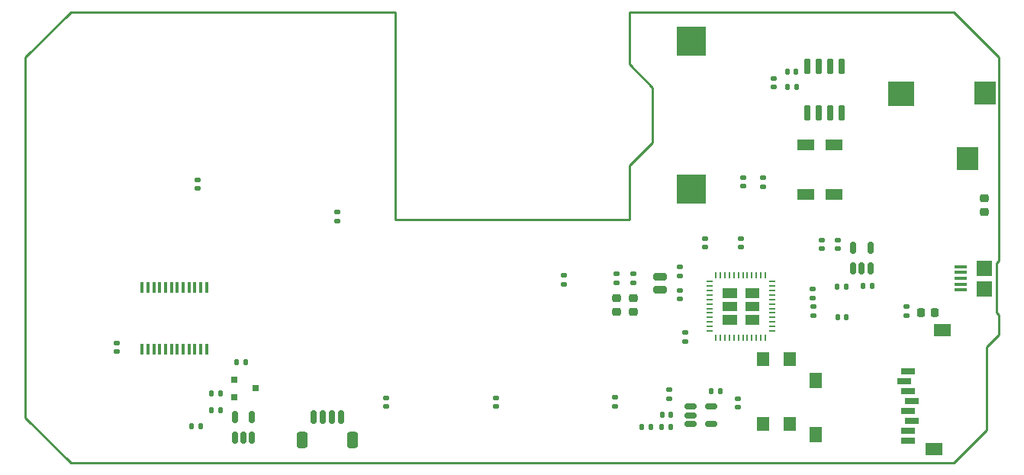
<source format=gbr>
%TF.GenerationSoftware,KiCad,Pcbnew,9.0.2*%
%TF.CreationDate,2025-07-03T15:48:42+01:00*%
%TF.ProjectId,FED3,46454433-2e6b-4696-9361-645f70636258,rev?*%
%TF.SameCoordinates,Original*%
%TF.FileFunction,Paste,Top*%
%TF.FilePolarity,Positive*%
%FSLAX46Y46*%
G04 Gerber Fmt 4.6, Leading zero omitted, Abs format (unit mm)*
G04 Created by KiCad (PCBNEW 9.0.2) date 2025-07-03 15:48:42*
%MOMM*%
%LPD*%
G01*
G04 APERTURE LIST*
G04 Aperture macros list*
%AMRoundRect*
0 Rectangle with rounded corners*
0 $1 Rounding radius*
0 $2 $3 $4 $5 $6 $7 $8 $9 X,Y pos of 4 corners*
0 Add a 4 corners polygon primitive as box body*
4,1,4,$2,$3,$4,$5,$6,$7,$8,$9,$2,$3,0*
0 Add four circle primitives for the rounded corners*
1,1,$1+$1,$2,$3*
1,1,$1+$1,$4,$5*
1,1,$1+$1,$6,$7*
1,1,$1+$1,$8,$9*
0 Add four rect primitives between the rounded corners*
20,1,$1+$1,$2,$3,$4,$5,0*
20,1,$1+$1,$4,$5,$6,$7,0*
20,1,$1+$1,$6,$7,$8,$9,0*
20,1,$1+$1,$8,$9,$2,$3,0*%
G04 Aperture macros list end*
%ADD10C,0.100000*%
%ADD11R,1.500000X0.700000*%
%ADD12R,1.400000X1.800000*%
%ADD13R,1.900000X1.400000*%
%ADD14R,0.400000X1.200000*%
%ADD15R,1.400000X1.600000*%
%ADD16RoundRect,0.135000X-0.135000X-0.185000X0.135000X-0.185000X0.135000X0.185000X-0.135000X0.185000X0*%
%ADD17RoundRect,0.140000X-0.170000X0.140000X-0.170000X-0.140000X0.170000X-0.140000X0.170000X0.140000X0*%
%ADD18RoundRect,0.140000X0.170000X-0.140000X0.170000X0.140000X-0.170000X0.140000X-0.170000X-0.140000X0*%
%ADD19RoundRect,0.135000X-0.185000X0.135000X-0.185000X-0.135000X0.185000X-0.135000X0.185000X0.135000X0*%
%ADD20RoundRect,0.200000X-0.550000X0.200000X-0.550000X-0.200000X0.550000X-0.200000X0.550000X0.200000X0*%
%ADD21RoundRect,0.135000X0.135000X0.185000X-0.135000X0.185000X-0.135000X-0.185000X0.135000X-0.185000X0*%
%ADD22RoundRect,0.140000X0.140000X0.170000X-0.140000X0.170000X-0.140000X-0.170000X0.140000X-0.170000X0*%
%ADD23R,3.200000X3.200000*%
%ADD24RoundRect,0.218750X0.218750X0.256250X-0.218750X0.256250X-0.218750X-0.256250X0.218750X-0.256250X0*%
%ADD25RoundRect,0.218750X-0.256250X0.218750X-0.256250X-0.218750X0.256250X-0.218750X0.256250X0.218750X0*%
%ADD26R,0.800000X0.700000*%
%ADD27RoundRect,0.135000X0.185000X-0.135000X0.185000X0.135000X-0.185000X0.135000X-0.185000X-0.135000X0*%
%ADD28RoundRect,0.150000X-0.512500X-0.150000X0.512500X-0.150000X0.512500X0.150000X-0.512500X0.150000X0*%
%ADD29R,1.900000X1.300000*%
%ADD30RoundRect,0.150000X0.150000X-0.512500X0.150000X0.512500X-0.150000X0.512500X-0.150000X-0.512500X0*%
%ADD31RoundRect,0.150000X0.150000X-0.725000X0.150000X0.725000X-0.150000X0.725000X-0.150000X-0.725000X0*%
%ADD32RoundRect,0.150000X0.150000X0.625000X-0.150000X0.625000X-0.150000X-0.625000X0.150000X-0.625000X0*%
%ADD33RoundRect,0.250000X0.350000X0.650000X-0.350000X0.650000X-0.350000X-0.650000X0.350000X-0.650000X0*%
%ADD34R,0.750000X0.250000*%
%ADD35R,0.250000X0.750000*%
%ADD36RoundRect,0.140000X-0.140000X-0.170000X0.140000X-0.170000X0.140000X0.170000X-0.140000X0.170000X0*%
%ADD37R,2.400000X2.550000*%
%ADD38R,2.900000X2.750000*%
%ADD39R,1.800000X1.800000*%
%ADD40R,1.350000X0.400000*%
%TA.AperFunction,Profile*%
%ADD41C,0.250000*%
%TD*%
G04 APERTURE END LIST*
D10*
%TO.C,U1*%
X173350000Y-111637500D02*
X171850000Y-111637500D01*
X171850000Y-110637500D01*
X173350000Y-110637500D01*
X173350000Y-111637500D01*
G36*
X173350000Y-111637500D02*
G01*
X171850000Y-111637500D01*
X171850000Y-110637500D01*
X173350000Y-110637500D01*
X173350000Y-111637500D01*
G37*
X173350000Y-113137500D02*
X171850000Y-113137500D01*
X171850000Y-112137500D01*
X173350000Y-112137500D01*
X173350000Y-113137500D01*
G36*
X173350000Y-113137500D02*
G01*
X171850000Y-113137500D01*
X171850000Y-112137500D01*
X173350000Y-112137500D01*
X173350000Y-113137500D01*
G37*
X173350000Y-114637500D02*
X171850000Y-114637500D01*
X171850000Y-113637500D01*
X173350000Y-113637500D01*
X173350000Y-114637500D01*
G36*
X173350000Y-114637500D02*
G01*
X171850000Y-114637500D01*
X171850000Y-113637500D01*
X173350000Y-113637500D01*
X173350000Y-114637500D01*
G37*
X175850000Y-111637500D02*
X174350000Y-111637500D01*
X174350000Y-110637500D01*
X175850000Y-110637500D01*
X175850000Y-111637500D01*
G36*
X175850000Y-111637500D02*
G01*
X174350000Y-111637500D01*
X174350000Y-110637500D01*
X175850000Y-110637500D01*
X175850000Y-111637500D01*
G37*
X175850000Y-113137500D02*
X174350000Y-113137500D01*
X174350000Y-112137500D01*
X175850000Y-112137500D01*
X175850000Y-113137500D01*
G36*
X175850000Y-113137500D02*
G01*
X174350000Y-113137500D01*
X174350000Y-112137500D01*
X175850000Y-112137500D01*
X175850000Y-113137500D01*
G37*
X175850000Y-114637500D02*
X174350000Y-114637500D01*
X174350000Y-113637500D01*
X175850000Y-113637500D01*
X175850000Y-114637500D01*
G36*
X175850000Y-114637500D02*
G01*
X174350000Y-114637500D01*
X174350000Y-113637500D01*
X175850000Y-113637500D01*
X175850000Y-114637500D01*
G37*
%TD*%
D11*
%TO.C,X4*%
X192410000Y-119900000D03*
X192010000Y-121000000D03*
X192410000Y-122100000D03*
X192810000Y-123200000D03*
X192410000Y-124300000D03*
X192810000Y-125400000D03*
X192410000Y-126500000D03*
X192410000Y-127600000D03*
D12*
X182210000Y-126900000D03*
X182210000Y-120900000D03*
D13*
X195310000Y-128500000D03*
X196210000Y-115300000D03*
%TD*%
D14*
%TO.C,IC2*%
X114586100Y-110581600D03*
X113936100Y-110581600D03*
X113286100Y-110581600D03*
X112636100Y-110581600D03*
X111986100Y-110581600D03*
X111336100Y-110581600D03*
X110686100Y-110581600D03*
X110036100Y-110581600D03*
X109386100Y-110581600D03*
X108736100Y-110581600D03*
X108086100Y-110581600D03*
X107436100Y-110581600D03*
X107436100Y-117421600D03*
X108086100Y-117421600D03*
X108736100Y-117421600D03*
X109386100Y-117421600D03*
X110036100Y-117421600D03*
X110686100Y-117421600D03*
X111336100Y-117421600D03*
X111986100Y-117421600D03*
X112636100Y-117421600D03*
X113286100Y-117421600D03*
X113936100Y-117421600D03*
X114586100Y-117421600D03*
%TD*%
D15*
%TO.C,SW2*%
X179300000Y-118525000D03*
X179300000Y-125725000D03*
X176300000Y-118525000D03*
X176300000Y-125725000D03*
%TD*%
D16*
%TO.C,R16*%
X165065168Y-126050000D03*
X166085168Y-126050000D03*
%TD*%
D17*
%TO.C,C18*%
X167110000Y-110907500D03*
X167110000Y-111867500D03*
%TD*%
D18*
%TO.C,C17*%
X167100000Y-109252500D03*
X167100000Y-108292500D03*
%TD*%
D19*
%TO.C,R10*%
X165950000Y-121940000D03*
X165950000Y-122960000D03*
%TD*%
D20*
%TO.C,X2*%
X164870000Y-109347500D03*
X164870000Y-110847500D03*
%TD*%
D16*
%TO.C,R6*%
X179010000Y-88300000D03*
X180030000Y-88300000D03*
%TD*%
D21*
%TO.C,R14*%
X171610000Y-122100000D03*
X170590000Y-122100000D03*
%TD*%
D18*
%TO.C,C10*%
X174155500Y-99292400D03*
X174155500Y-98332400D03*
%TD*%
D21*
%TO.C,R17*%
X163887668Y-126050000D03*
X162867668Y-126050000D03*
%TD*%
D22*
%TO.C,C1*%
X179980000Y-86600000D03*
X179020000Y-86600000D03*
%TD*%
D23*
%TO.C,B1*%
X168415100Y-83170200D03*
X168415100Y-99621000D03*
%TD*%
D24*
%TO.C,L2*%
X195422500Y-113360000D03*
X193847500Y-113360000D03*
%TD*%
D25*
%TO.C,L1*%
X161940000Y-111732500D03*
X161940000Y-113307500D03*
%TD*%
D19*
%TO.C,R5*%
X181900000Y-112690000D03*
X181900000Y-113710000D03*
%TD*%
D18*
%TO.C,C8*%
X134500000Y-123780000D03*
X134500000Y-122820000D03*
%TD*%
D26*
%TO.C,Q2*%
X117650000Y-120812500D03*
X117650000Y-122712500D03*
X120050000Y-121762500D03*
%TD*%
D18*
%TO.C,C6*%
X159950000Y-123730000D03*
X159950000Y-122770000D03*
%TD*%
D17*
%TO.C,C3*%
X104600000Y-116720000D03*
X104600000Y-117680000D03*
%TD*%
D27*
%TO.C,R12*%
X167670000Y-116535000D03*
X167670000Y-115515000D03*
%TD*%
D28*
%TO.C,U3*%
X168312500Y-123800000D03*
X168312500Y-124750000D03*
X168312500Y-125700000D03*
X170587500Y-125700000D03*
X170587500Y-123800000D03*
%TD*%
D29*
%TO.C,X1*%
X181039100Y-94741600D03*
X181039100Y-100241600D03*
X184239100Y-100241600D03*
X184239100Y-94741600D03*
%TD*%
D16*
%TO.C,R8*%
X115090000Y-122300000D03*
X116110000Y-122300000D03*
%TD*%
D30*
%TO.C,IC1*%
X117750000Y-127237500D03*
X118700000Y-127237500D03*
X119650000Y-127237500D03*
X119650000Y-124962500D03*
X117750000Y-124962500D03*
%TD*%
D18*
%TO.C,C19*%
X173880000Y-106067500D03*
X173880000Y-105107500D03*
%TD*%
D27*
%TO.C,R15*%
X160080000Y-110030000D03*
X160080000Y-109010000D03*
%TD*%
D16*
%TO.C,R11*%
X187390000Y-110400000D03*
X188410000Y-110400000D03*
%TD*%
D25*
%TO.C,L0*%
X160050000Y-111732500D03*
X160050000Y-113307500D03*
%TD*%
D31*
%TO.C,IC4*%
X181242100Y-91176600D03*
X182512100Y-91176600D03*
X183782100Y-91176600D03*
X185052100Y-91176600D03*
X185052100Y-86026600D03*
X183782100Y-86026600D03*
X182512100Y-86026600D03*
X181242100Y-86026600D03*
%TD*%
D18*
%TO.C,C15*%
X184625000Y-106230000D03*
X184625000Y-105270000D03*
%TD*%
%TO.C,C7*%
X146700000Y-123780000D03*
X146700000Y-122820000D03*
%TD*%
D32*
%TO.C,AUX_I2C0*%
X129500000Y-124975000D03*
X128500000Y-124975000D03*
X127500000Y-124975000D03*
X126500000Y-124975000D03*
D33*
X130800000Y-127500000D03*
X125200000Y-127500000D03*
%TD*%
D22*
%TO.C,C4*%
X113905000Y-125950000D03*
X112945000Y-125950000D03*
%TD*%
D18*
%TO.C,C12*%
X169880000Y-106067500D03*
X169880000Y-105107500D03*
%TD*%
D27*
%TO.C,R13*%
X161940000Y-110030000D03*
X161940000Y-109010000D03*
%TD*%
D34*
%TO.C,U1*%
X170375000Y-109887500D03*
X170375000Y-110387500D03*
X170375000Y-110887500D03*
X170375000Y-111387500D03*
X170375000Y-111887500D03*
X170375000Y-112387500D03*
X170375000Y-112887500D03*
X170375000Y-113387500D03*
X170375000Y-113887500D03*
X170375000Y-114387500D03*
X170375000Y-114887500D03*
X170375000Y-115387500D03*
D35*
X171100000Y-116112500D03*
X171600000Y-116112500D03*
X172100000Y-116112500D03*
X172600000Y-116112500D03*
X173100000Y-116112500D03*
X173600000Y-116112500D03*
X174100000Y-116112500D03*
X174600000Y-116112500D03*
X175100000Y-116112500D03*
X175600000Y-116112500D03*
X176100000Y-116112500D03*
X176600000Y-116112500D03*
D34*
X177325000Y-115387500D03*
X177325000Y-114887500D03*
X177325000Y-114387500D03*
X177325000Y-113887500D03*
X177325000Y-113387500D03*
X177325000Y-112887500D03*
X177325000Y-112387500D03*
X177325000Y-111887500D03*
X177325000Y-111387500D03*
X177325000Y-110887500D03*
X177325000Y-110387500D03*
X177325000Y-109887500D03*
D35*
X176600000Y-109162500D03*
X176100000Y-109162500D03*
X175600000Y-109162500D03*
X175100000Y-109162500D03*
X174600000Y-109162500D03*
X174100000Y-109162500D03*
X173600000Y-109162500D03*
X173100000Y-109162500D03*
X172600000Y-109162500D03*
X172100000Y-109162500D03*
X171600000Y-109162500D03*
X171100000Y-109162500D03*
%TD*%
D18*
%TO.C,C2*%
X177500000Y-88280000D03*
X177500000Y-87320000D03*
%TD*%
D19*
%TO.C,R19*%
X192230000Y-112680000D03*
X192230000Y-113700000D03*
%TD*%
D36*
%TO.C,C14*%
X184620000Y-113850000D03*
X185580000Y-113850000D03*
%TD*%
D18*
%TO.C,C13*%
X182825000Y-106280000D03*
X182825000Y-105320000D03*
%TD*%
D19*
%TO.C,R4*%
X181850000Y-110690000D03*
X181850000Y-111710000D03*
%TD*%
D16*
%TO.C,R9*%
X117880000Y-118870000D03*
X118900000Y-118870000D03*
%TD*%
D27*
%TO.C,R1*%
X129100000Y-103210000D03*
X129100000Y-102190000D03*
%TD*%
%TO.C,R3*%
X176309100Y-99353600D03*
X176309100Y-98333600D03*
%TD*%
D22*
%TO.C,C11*%
X185530000Y-110450000D03*
X184570000Y-110450000D03*
%TD*%
%TO.C,C16*%
X166095168Y-124700000D03*
X165135168Y-124700000D03*
%TD*%
D18*
%TO.C,C5*%
X173500000Y-123880000D03*
X173500000Y-122920000D03*
%TD*%
D27*
%TO.C,R2*%
X154200000Y-110210000D03*
X154200000Y-109190000D03*
%TD*%
D17*
%TO.C,C9*%
X113600000Y-98620000D03*
X113600000Y-99580000D03*
%TD*%
D21*
%TO.C,R7*%
X116110000Y-124150000D03*
X115090000Y-124150000D03*
%TD*%
D37*
%TO.C,EXT0*%
X200944300Y-88939800D03*
D38*
X191644300Y-89039800D03*
D37*
X199044300Y-96289800D03*
%TD*%
D30*
%TO.C,U2*%
X186350000Y-108437500D03*
X187300000Y-108437500D03*
X188250000Y-108437500D03*
X188250000Y-106162500D03*
X186350000Y-106162500D03*
%TD*%
D25*
%TO.C,CHG0*%
X200850000Y-100612500D03*
X200850000Y-102187500D03*
%TD*%
D39*
%TO.C,USB0*%
X200900000Y-108400000D03*
X200900000Y-110700000D03*
D40*
X198225000Y-108250000D03*
X198225000Y-108900000D03*
X198225000Y-109550000D03*
X198225000Y-110200000D03*
X198225000Y-110850000D03*
%TD*%
D41*
X201101100Y-126403600D02*
X201101100Y-117203600D01*
X161501100Y-103003600D02*
X135501100Y-103003600D01*
X161501100Y-80003600D02*
X161501100Y-85751600D01*
X161501100Y-85751600D02*
X164097100Y-88347600D01*
X99501100Y-80003600D02*
X94501100Y-85003600D01*
X202221100Y-107883600D02*
X202501100Y-107603600D01*
X202501100Y-85003600D02*
X197501100Y-80003600D01*
X202221100Y-113323600D02*
X202221100Y-107883600D01*
X202501100Y-107603600D02*
X202501100Y-85003600D01*
X161501100Y-96983600D02*
X161501100Y-103003600D01*
X202501100Y-113603600D02*
X202221100Y-113323600D01*
X135501100Y-103003600D02*
X135501100Y-80003600D01*
X94501100Y-125003600D02*
X99501100Y-130003600D01*
X164097100Y-88347600D02*
X164097100Y-94443600D01*
X197501100Y-130003600D02*
X201101100Y-126403600D01*
X197501100Y-80003600D02*
X161501100Y-80003600D01*
X202501100Y-115803600D02*
X202501100Y-113603600D01*
X94501100Y-85003600D02*
X94501100Y-125003600D01*
X99501100Y-130003600D02*
X197501100Y-130003600D01*
X164097100Y-94443600D02*
X161501100Y-96983600D01*
X201101100Y-117203600D02*
X202501100Y-115803600D01*
X135501100Y-80003600D02*
X99501100Y-80003600D01*
M02*

</source>
